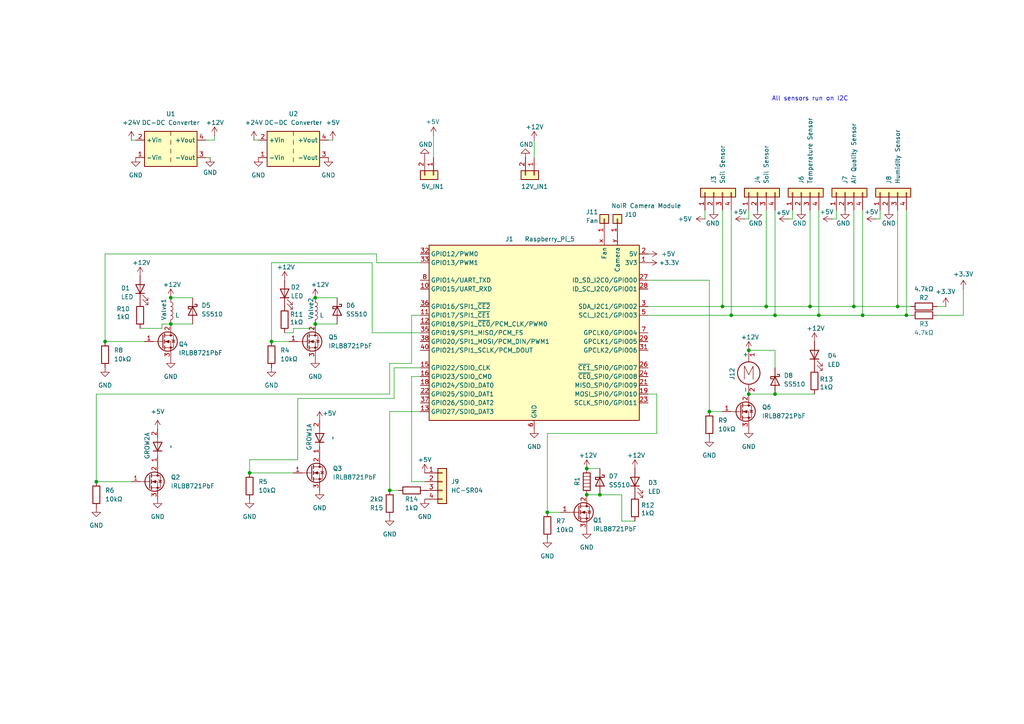
<source format=kicad_sch>
(kicad_sch (version 20231120) (generator "eeschema") (generator_version "8.0")
  (paper "A4")
  (title_block (title "Simple Sprouts PCB") (date "3/19/2025") (rev "4") (company "Simple Sprouts"))
  (lib_symbols
    (symbol "Connector:Raspberry_Pi_4"
      (property "Reference" "J1" (at 0 30.48 0))
      (property "Value" "Raspberry_Pi_5" (at 0 27.94 0))
      (symbol "Raspberry_Pi_4_1_1"
        (pin power_out line (at 33.02 20.32 180) (length 2.54) (name "3V3") (number "1"))
        (pin bidirectional line (at -33.02 12.7 0) (length 2.54) (name "GPIO15/UART_RXD") (number "10"))
        (pin bidirectional line (at -33.02 5.08 0) (length 2.54) (name "GPIO17/SPI1_~{CE1}") (number "11"))
        (pin bidirectional line (at -33.02 2.54 0) (length 2.54) (name "GPIO18/SPI1_~{CE0}/PCM_CLK/PWM0") (number "12"))
        (pin bidirectional line (at -33.02 -22.86 0) (length 2.54) (name "GPIO27/SDIO_DAT3") (number "13"))
        (pin passive line (at 0 -27.94 90) (length 2.54) hide (name "GND") (number "14"))
        (pin bidirectional line (at -33.02 -10.16 0) (length 2.54) (name "GPIO22/SDIO_CLK") (number "15"))
        (pin bidirectional line (at -33.02 -12.7 0) (length 2.54) (name "GPIO23/SDIO_CMD") (number "16"))
        (pin passive line (at 33.02 20.32 180) (length 2.54) hide (name "3V3") (number "17"))
        (pin bidirectional line (at -33.02 -15.24 0) (length 2.54) (name "GPIO24/SDIO_DAT0") (number "18"))
        (pin bidirectional line (at 33.02 -17.78 180) (length 2.54) (name "MOSI_SPI0/GPIO10") (number "19"))
        (pin power_out line (at 33.02 22.86 180) (length 2.54) (name "5V") (number "2"))
        (pin passive line (at 0 -27.94 90) (length 2.54) hide (name "GND") (number "20"))
        (pin bidirectional line (at 33.02 -15.24 180) (length 2.54) (name "MISO_SPI0/GPIO09") (number "21"))
        (pin bidirectional line (at -33.02 -17.78 0) (length 2.54) (name "GPIO25/SDIO_DAT1") (number "22"))
        (pin bidirectional line (at 33.02 -20.32 180) (length 2.54) (name "SCLK_SPI0/GPIO11") (number "23"))
        (pin bidirectional line (at 33.02 -12.7 180) (length 2.54) (name "~{CE0}_SPI0/GPIO08") (number "24"))
        (pin passive line (at 0 -27.94 90) (length 2.54) hide (name "GND") (number "25"))
        (pin bidirectional line (at 33.02 -10.16 180) (length 2.54) (name "~{CE1}_SPI0/GPIO07") (number "26"))
        (pin bidirectional line (at 33.02 15.24 180) (length 2.54) (name "ID_SD_I2C0/GPIO00") (number "27"))
        (pin bidirectional line (at 33.02 12.7 180) (length 2.54) (name "ID_SC_I2C0/GPIO01") (number "28"))
        (pin bidirectional line (at 33.02 -2.54 180) (length 2.54) (name "GPCLK1/GPIO05") (number "29"))
        (pin bidirectional line (at 33.02 7.62 180) (length 2.54) (name "SDA_I2C1/GPIO02") (number "3"))
        (pin passive line (at 0 -27.94 90) (length 2.54) hide (name "GND") (number "30"))
        (pin bidirectional line (at 33.02 -5.08 180) (length 2.54) (name "GPCLK2/GPIO06") (number "31"))
        (pin bidirectional line (at -33.02 22.86 0) (length 2.54) (name "GPIO12/PWM0") (number "32"))
        (pin bidirectional line (at -33.02 20.32 0) (length 2.54) (name "GPIO13/PWM1") (number "33"))
        (pin passive line (at 0 -27.94 90) (length 2.54) hide (name "GND") (number "34"))
        (pin bidirectional line (at -33.02 0 0) (length 2.54) (name "GPIO19/SPI1_MISO/PCM_FS") (number "35"))
        (pin bidirectional line (at -33.02 7.62 0) (length 2.54) (name "GPIO16/SPI1_~{CE2}") (number "36"))
        (pin bidirectional line (at -33.02 -20.32 0) (length 2.54) (name "GPIO26/SDIO_DAT2") (number "37"))
        (pin bidirectional line (at -33.02 -2.54 0) (length 2.54) (name "GPIO20/SPI1_MOSI/PCM_DIN/PWM1") (number "38"))
        (pin passive line (at 0 -27.94 90) (length 2.54) hide (name "GND") (number "39"))
        (pin passive line (at 33.02 22.86 180) (length 2.54) hide (name "5V") (number "4"))
        (pin bidirectional line (at -33.02 -5.08 0) (length 2.54) (name "GPIO21/SPI1_SCLK/PCM_DOUT") (number "40"))
        (pin bidirectional line (at 33.02 5.08 180) (length 2.54) (name "SCL_I2C1/GPIO03") (number "5"))
        (pin power_out line (at 0 -27.94 90) (length 2.54) (name "GND") (number "6"))
        (pin bidirectional line (at 33.02 0 180) (length 2.54) (name "GPCLK0/GPIO04") (number "7"))
        (pin bidirectional line (at -33.02 15.24 0) (length 2.54) (name "GPIO14/UART_TXD") (number "8"))
        (pin passive line (at 0 -27.94 90) (length 2.54) hide (name "GND") (number "9"))
        (pin power_out line (at 20.32 27.94 270) (length 2.54) (name "Fan") (number "x"))
        (pin input line (at 24.13 27.94 270) (length 2.54) (name "Camera") (number "y"))
      )
    )
    (symbol "Connector_Generic:Conn_01x01" (pin_names (offset 1.016) hide)
      (property "Reference" "J" (at 0 2.54 0))
      (property "Value" "Conn_01x01" (at 0 -2.54 0))
      (symbol "Conn_01x01_1_1"
        (pin passive line (at -5.08 0 0) (length 3.81) (name "Pin_1") (number "1"))
      )
    )
    (symbol "Connector_Generic:Conn_01x02" (pin_names (offset 1.016) hide)
      (property "Reference" "J" (at 0 2.54 0))
      (property "Value" "Conn_01x02" (at 0 -5.08 0))
      (symbol "Conn_01x02_1_1"
        (pin passive line (at -5.08 0 0) (length 3.81) (name "Pin_1") (number "1"))
        (pin passive line (at -5.08 -2.54 0) (length 3.81) (name "Pin_2") (number "2"))
      )
    )
    (symbol "Connector_Generic:Conn_01x04" (pin_names (offset 1.016) hide)
      (property "Reference" "J" (at 0 5.08 0))
      (property "Value" "Conn_01x04" (at 0 -7.62 0))
      (symbol "Conn_01x04_1_1"
        (pin passive line (at -5.08 2.54 0) (length 3.81) (name "Pin_1") (number "1"))
        (pin passive line (at -5.08 0 0) (length 3.81) (name "Pin_2") (number "2"))
        (pin passive line (at -5.08 -2.54 0) (length 3.81) (name "Pin_3") (number "3"))
        (pin passive line (at -5.08 -5.08 0) (length 3.81) (name "Pin_4") (number "4"))
      )
    )
    (symbol "Converter_DCDC:TME-0305S"
      (property "Reference" "U" (at -6.35 6.35 0))
      (property "Value" "TME-0305S" (at 2.54 6.35 0))
      (symbol "TME-0305S_0_0"
        (pin power_in line (at -10.16 -2.54 0) (length 2.54) (name "-Vin") (number "1"))
        (pin power_in line (at -10.16 2.54 0) (length 2.54) (name "+Vin") (number "2"))
        (pin power_out line (at 10.16 -2.54 180) (length 2.54) (name "-Vout") (number "3"))
        (pin power_out line (at 10.16 2.54 180) (length 2.54) (name "+Vout") (number "4"))
      )
    )
    (symbol "Device:D_Schottky" (pin_numbers hide) (pin_names (offset 1.016) hide)
      (property "Reference" "D" (at 0 2.54 0))
      (property "Value" "D_Schottky" (at 0 -2.54 0))
      (symbol "D_Schottky_1_1"
        (pin passive line (at -3.81 0 0) (length 2.54) (name "K") (number "1"))
        (pin passive line (at 3.81 0 180) (length 2.54) (name "A") (number "2"))
      )
    )
    (symbol "Device:Heater" (pin_numbers hide) (pin_names (offset 0))
      (property "Reference" "R" (at 2.032 0 90))
      (property "Value" "Heater" (at -2.032 0 90))
      (symbol "Heater_1_1"
        (pin passive line (at 0 3.81 270) (length 1.27) (name "~") (number "1"))
        (pin passive line (at 0 -3.81 90) (length 1.27) (name "~") (number "2"))
      )
    )
    (symbol "Device:L" (pin_numbers hide) (pin_names (offset 1.016) hide)
      (property "Reference" "L" (at -1.27 0 90))
      (property "Value" "L" (at 1.905 0 90))
      (symbol "L_1_1"
        (pin passive line (at 0 3.81 270) (length 1.27) (name "1") (number "1"))
        (pin passive line (at 0 -3.81 90) (length 1.27) (name "2") (number "2"))
      )
    )
    (symbol "Device:LED" (pin_numbers hide) (pin_names (offset 1.016) hide)
      (property "Reference" "D" (at 0 2.54 0))
      (property "Value" "LED" (at 0 -2.54 0))
      (symbol "LED_1_1"
        (pin passive line (at -3.81 0 0) (length 2.54) (name "K") (number "1"))
        (pin passive line (at 3.81 0 180) (length 2.54) (name "A") (number "2"))
      )
    )
    (symbol "Device:R" (pin_numbers hide) (pin_names (offset 0))
      (property "Reference" "R" (at 2.032 0 90))
      (property "Value" "R" (at 0 0 90))
      (symbol "R_1_1"
        (pin passive line (at 0 3.81 270) (length 1.27) (name "~") (number "1"))
        (pin passive line (at 0 -3.81 90) (length 1.27) (name "~") (number "2"))
      )
    )
    (symbol "HDSP-4840_1" (pin_names (offset 1.016) hide)
      (property "Reference" "GROW2" (at -0.254 -3.048 0))
      (property "Value" "~" (at 0 3.81 0))
      (symbol "HDSP-4840_1_1_1"
        (pin power_in line (at 5.08 0 180) (length 2.54) (name "") (number "1"))
        (pin power_in line (at -5.08 0 0) (length 2.54) (name "") (number "2"))
      )
      (symbol "HDSP-4840_1_2_1"
        (pin passive line (at 5.08 0 180) (length 2.54) (name "K") (number "19"))
        (pin passive line (at -5.08 0 0) (length 2.54) (name "A") (number "2"))
      )
      (symbol "HDSP-4840_1_3_1"
        (pin passive line (at 5.08 0 180) (length 2.54) (name "K") (number "18"))
        (pin passive line (at -5.08 0 0) (length 2.54) (name "A") (number "3"))
      )
      (symbol "HDSP-4840_1_4_1"
        (pin passive line (at 5.08 0 180) (length 2.54) (name "K") (number "17"))
        (pin passive line (at -5.08 0 0) (length 2.54) (name "A") (number "4"))
      )
      (symbol "HDSP-4840_1_5_1"
        (pin passive line (at 5.08 0 180) (length 2.54) (name "K") (number "16"))
        (pin passive line (at -5.08 0 0) (length 2.54) (name "A") (number "5"))
      )
      (symbol "HDSP-4840_1_6_1"
        (pin passive line (at 5.08 0 180) (length 2.54) (name "K") (number "15"))
        (pin passive line (at -5.08 0 0) (length 2.54) (name "A") (number "6"))
      )
      (symbol "HDSP-4840_1_7_1"
        (pin passive line (at 5.08 0 180) (length 2.54) (name "K") (number "14"))
        (pin passive line (at -5.08 0 0) (length 2.54) (name "A") (number "7"))
      )
      (symbol "HDSP-4840_1_8_1"
        (pin passive line (at 5.08 0 180) (length 2.54) (name "K") (number "13"))
        (pin passive line (at -5.08 0 0) (length 2.54) (name "A") (number "8"))
      )
      (symbol "HDSP-4840_1_9_1"
        (pin passive line (at 5.08 0 180) (length 2.54) (name "K") (number "12"))
        (pin passive line (at -5.08 0 0) (length 2.54) (name "A") (number "9"))
      )
      (symbol "HDSP-4840_1_10_1"
        (pin passive line (at -5.08 0 0) (length 2.54) (name "A") (number "10"))
        (pin passive line (at 5.08 0 180) (length 2.54) (name "K") (number "11"))
      )
    )
    (symbol "Motor:Motor_DC" (pin_names (offset 0))
      (property "Reference" "M" (at 2.54 2.54 0))
      (property "Value" "Motor_DC" (at 2.54 -5.08 0))
      (symbol "Motor_DC_1_1"
        (pin passive line (at 0 5.08 270) (length 2.54) (name "+") (number "1"))
        (pin passive line (at 0 -7.62 90) (length 2.54) (name "-") (number "2"))
      )
    )
    (symbol "Transistor_FET:IRLZ34N" (pin_names hide)
      (property "Reference" "Q" (at 5.08 1.905 0))
      (property "Value" "IRLZ34N" (at 5.08 0 0))
      (symbol "IRLZ34N_1_1"
        (pin input line (at -5.08 0 0) (length 2.54) (name "G") (number "1"))
        (pin passive line (at 2.54 5.08 270) (length 2.54) (name "D") (number "2"))
        (pin passive line (at 2.54 -5.08 90) (length 2.54) (name "S") (number "3"))
      )
    )
    (symbol "power:+12V" (power) (pin_numbers hide) (pin_names (offset 0) hide)
      (property "Value" "+12V" (at 0 3.556 0))
      (symbol "+12V_1_1"
        (pin power_in line (at 0 0 90) (length 0) (name "~") (number "1"))
      )
    )
    (symbol "power:+24V" (power) (pin_numbers hide) (pin_names (offset 0) hide)
      (property "Value" "+24V" (at 0 3.556 0))
      (symbol "+24V_1_1"
        (pin power_in line (at 0 0 90) (length 0) (name "~") (number "1"))
      )
    )
    (symbol "power:+5V" (power) (pin_numbers hide) (pin_names (offset 0) hide)
      (property "Value" "+5V" (at 0 3.556 0))
      (symbol "+5V_1_1"
        (pin power_in line (at 0 0 90) (length 0) (name "~") (number "1"))
      )
    )
    (symbol "power:GND" (power) (pin_numbers hide) (pin_names (offset 0) hide)
      (property "Value" "GND" (at 0 -3.81 0))
      (symbol "GND_1_1"
        (pin power_in line (at 0 0 270) (length 0) (name "~") (number "1"))
      )
    )
  )
  (junction (at 247.65 88.9))
  (junction (at 205.74 119.38))
  (junction (at 49.53 93.98))
  (junction (at 170.18 135.89))
  (junction (at 27.94 139.7))
  (junction (at 91.44 93.98))
  (junction (at 30.48 99.06))
  (junction (at 222.25 88.9))
  (junction (at 250.19 91.44))
  (junction (at 91.44 86.36))
  (junction (at 49.53 86.36))
  (junction (at 224.79 91.44))
  (junction (at 224.79 114.3))
  (junction (at 158.75 148.59))
  (junction (at 72.39 137.16))
  (junction (at 170.18 143.51))
  (junction (at 260.35 88.9))
  (junction (at 262.89 91.44))
  (junction (at 173.99 143.51))
  (junction (at 217.17 114.3))
  (junction (at 234.95 88.9))
  (junction (at 113.03 142.24))
  (junction (at 212.09 91.44))
  (junction (at 78.74 99.06))
  (junction (at 209.55 88.9))
  (junction (at 217.17 101.6))
  (junction (at 237.49 91.44))
  (wire (pts (xy 247.65 60.96) (xy 247.65 88.9)))
  (wire (pts (xy 217.17 114.3) (xy 224.79 114.3)))
  (wire (pts (xy 222.25 60.96) (xy 222.25 88.9)))
  (wire (pts (xy 170.18 143.51) (xy 173.99 143.51)))
  (wire (pts (xy 109.22 76.2) (xy 121.92 76.2)))
  (wire (pts (xy 180.34 143.51) (xy 180.34 151.13)))
  (wire (pts (xy 73.66 40.64) (xy 74.93 40.64)))
  (wire (pts (xy 204.47 63.5) (xy 204.47 60.96)))
  (wire (pts (xy 113.03 114.3) (xy 27.94 114.3)))
  (wire (pts (xy 27.94 114.3) (xy 27.94 139.7)))
  (wire (pts (xy 217.17 63.5) (xy 217.17 60.96)))
  (wire (pts (xy 158.75 148.59) (xy 162.56 148.59)))
  (wire (pts (xy 119.38 109.22) (xy 121.92 109.22)))
  (wire (pts (xy 46.99 95.25) (xy 40.64 95.25)))
  (wire (pts (xy 78.74 76.2) (xy 78.74 99.06)))
  (wire (pts (xy 78.74 76.2) (xy 107.95 76.2)))
  (wire (pts (xy 222.25 88.9) (xy 234.95 88.9)))
  (wire (pts (xy 271.78 91.44) (xy 279.4 91.44)))
  (wire (pts (xy 254 63.5) (xy 255.27 63.5)))
  (wire (pts (xy 27.94 139.7) (xy 38.1 139.7)))
  (wire (pts (xy 224.79 106.68) (xy 224.79 101.6)))
  (wire (pts (xy 262.89 60.96) (xy 262.89 91.44)))
  (wire (pts (xy 107.95 96.52) (xy 121.92 96.52)))
  (wire (pts (xy 38.1 40.64) (xy 39.37 40.64)))
  (wire (pts (xy 212.09 60.96) (xy 212.09 91.44)))
  (wire (pts (xy 187.96 81.28) (xy 205.74 81.28)))
  (wire (pts (xy 86.36 133.35) (xy 72.39 133.35)))
  (wire (pts (xy 62.23 40.64) (xy 59.69 40.64)))
  (wire (pts (xy 271.78 88.9) (xy 274.32 88.9)))
  (wire (pts (xy 86.36 115.57) (xy 86.36 133.35)))
  (wire (pts (xy 279.4 91.44) (xy 279.4 83.82)))
  (wire (pts (xy 114.3 115.57) (xy 86.36 115.57)))
  (wire (pts (xy 72.39 133.35) (xy 72.39 137.16)))
  (wire (pts (xy 125.73 39.37) (xy 125.73 45.72)))
  (wire (pts (xy 113.03 119.38) (xy 113.03 142.24)))
  (wire (pts (xy 109.22 73.66) (xy 109.22 76.2)))
  (wire (pts (xy 209.55 60.96) (xy 209.55 88.9)))
  (wire (pts (xy 209.55 88.9) (xy 222.25 88.9)))
  (wire (pts (xy 96.52 40.64) (xy 95.25 40.64)))
  (wire (pts (xy 224.79 114.3) (xy 236.22 114.3)))
  (wire (pts (xy 91.44 95.25) (xy 91.44 93.98)))
  (wire (pts (xy 247.65 88.9) (xy 260.35 88.9)))
  (wire (pts (xy 180.34 151.13) (xy 184.15 151.13)))
  (wire (pts (xy 250.19 60.96) (xy 250.19 91.44)))
  (wire (pts (xy 255.27 63.5) (xy 255.27 60.96)))
  (wire (pts (xy 46.99 93.98) (xy 46.99 95.25)))
  (wire (pts (xy 30.48 73.66) (xy 109.22 73.66)))
  (wire (pts (xy 234.95 60.96) (xy 234.95 88.9)))
  (wire (pts (xy 237.49 60.96) (xy 237.49 91.44)))
  (wire (pts (xy 113.03 105.41) (xy 113.03 114.3)))
  (wire (pts (xy 113.03 119.38) (xy 121.92 119.38)))
  (wire (pts (xy 113.03 142.24) (xy 115.57 142.24)))
  (wire (pts (xy 260.35 60.96) (xy 260.35 88.9)))
  (wire (pts (xy 91.44 93.98) (xy 97.79 93.98)))
  (wire (pts (xy 215.9 63.5) (xy 217.17 63.5)))
  (wire (pts (xy 241.3 63.5) (xy 242.57 63.5)))
  (wire (pts (xy 78.74 99.06) (xy 83.82 99.06)))
  (wire (pts (xy 49.53 93.98) (xy 46.99 93.98)))
  (wire (pts (xy 114.3 106.68) (xy 114.3 115.57)))
  (wire (pts (xy 119.38 105.41) (xy 113.03 105.41)))
  (wire (pts (xy 209.55 88.9) (xy 187.96 88.9)))
  (wire (pts (xy 60.96 45.72) (xy 59.69 45.72)))
  (wire (pts (xy 49.53 86.36) (xy 55.88 86.36)))
  (wire (pts (xy 224.79 60.96) (xy 224.79 91.44)))
  (wire (pts (xy 173.99 143.51) (xy 180.34 143.51)))
  (wire (pts (xy 121.92 91.44) (xy 119.38 91.44)))
  (wire (pts (xy 205.74 119.38) (xy 209.55 119.38)))
  (wire (pts (xy 30.48 99.06) (xy 41.91 99.06)))
  (wire (pts (xy 229.87 63.5) (xy 229.87 60.96)))
  (wire (pts (xy 72.39 137.16) (xy 85.09 137.16)))
  (wire (pts (xy 123.19 139.7) (xy 119.38 139.7)))
  (wire (pts (xy 119.38 109.22) (xy 119.38 139.7)))
  (wire (pts (xy 119.38 91.44) (xy 119.38 105.41)))
  (wire (pts (xy 85.09 95.25) (xy 91.44 95.25)))
  (wire (pts (xy 237.49 91.44) (xy 250.19 91.44)))
  (wire (pts (xy 158.75 125.73) (xy 158.75 148.59)))
  (wire (pts (xy 234.95 88.9) (xy 247.65 88.9)))
  (wire (pts (xy 224.79 91.44) (xy 237.49 91.44)))
  (wire (pts (xy 62.23 39.37) (xy 62.23 40.64)))
  (wire (pts (xy 260.35 88.9) (xy 264.16 88.9)))
  (wire (pts (xy 190.5 125.73) (xy 158.75 125.73)))
  (wire (pts (xy 205.74 81.28) (xy 205.74 119.38)))
  (wire (pts (xy 154.94 40.64) (xy 154.94 45.72)))
  (wire (pts (xy 187.96 114.3) (xy 190.5 114.3)))
  (wire (pts (xy 30.48 73.66) (xy 30.48 99.06)))
  (wire (pts (xy 262.89 91.44) (xy 264.16 91.44)))
  (wire (pts (xy 224.79 101.6) (xy 217.17 101.6)))
  (wire (pts (xy 107.95 76.2) (xy 107.95 96.52)))
  (wire (pts (xy 242.57 63.5) (xy 242.57 60.96)))
  (wire (pts (xy 49.53 93.98) (xy 55.88 93.98)))
  (wire (pts (xy 212.09 91.44) (xy 187.96 91.44)))
  (wire (pts (xy 121.92 106.68) (xy 114.3 106.68)))
  (wire (pts (xy 190.5 114.3) (xy 190.5 125.73)))
  (wire (pts (xy 224.79 91.44) (xy 212.09 91.44)))
  (wire (pts (xy 91.44 86.36) (xy 97.79 86.36)))
  (wire (pts (xy 170.18 135.89) (xy 173.99 135.89)))
  (wire (pts (xy 85.09 95.25) (xy 85.09 96.52)))
  (wire (pts (xy 228.6 63.5) (xy 229.87 63.5)))
  (wire (pts (xy 85.09 96.52) (xy 82.55 96.52)))
  (wire (pts (xy 262.89 91.44) (xy 250.19 91.44)))
  (text "All sensors run on I2C" (at 234.95 28.702 0) (effects (font (size 1.27 1.27))))
  (symbol (lib_id "power:+5V") (at 204.47 63.5 90) (unit 1)
    (property "Reference" "#PWR028" (effects (hide yes)))
    (property "Value" "+5V" (at 200.66 63.4999 90) (effects (justify left)))
    (property "Description" "Power symbol creates a global label with name \"+5V\"" (effects (hide yes)))
  )
  (symbol (lib_id "power:+5V") (at 187.96 76.2 270) (unit 1)
    (property "Reference" "#PWR046" (effects (hide yes)))
    (property "Value" "+3.3V" (at 194.056 76.2 90))
    (property "Description" "Power symbol creates a global label with name \"+5V\"" (effects (hide yes)))
  )
  (symbol (lib_id "power:+5V") (at 92.71 121.92 0) (unit 1)
    (property "Reference" "#PWR04" (effects (hide yes)))
    (property "Value" "+5V" (at 95.504 119.888 0))
    (property "Description" "Power symbol creates a global label with name \"+5V\"" (effects (hide yes)))
  )
  (symbol (lib_id "power:GND") (at 30.48 106.68 0) (unit 1)
    (property "Reference" "#PWR022" (effects (hide yes)))
    (property "Value" "GND" (at 30.48 111.76 0))
    (property "Description" "Power symbol creates a global label with name \"GND\" , ground" (effects (hide yes)))
  )
  (symbol (lib_name "HDSP-4840_1") (lib_id "LED:HDSP-4840") (at 45.72 129.54 270) (unit 1)
    (property "Reference" "GROW2" (at 42.672 129.286 0))
    (property "Value" "~" (at 49.53 129.54 0))
    (property "Footprint" "TerminalBlock_Phoenix:TerminalBlock_Phoenix_PT-1,5-2-3.5-H_1x02_P3.50mm_Horizontal" (effects (hide yes)))
    (property "Datasheet" "https://www.amazon.com/Briignite-Spectrum-Strips-Indoor-Dimmable/dp/B0CH9Z5NW3?ref_=ast_sto_dp&th=1" (effects (hide yes)))
    (property "Description" "Plant Grow Light Strip, Briignite Full Spectrum Grow Light Strips for Indoor Plants,15W LED Grow Light" (effects (hide yes)))
  )
  (symbol (lib_id "Connector_Generic:Conn_01x04") (at 257.81 55.88 90) (unit 1)
    (property "Reference" "J8" (at 257.8099 53.34 0) (effects (justify left)))
    (property "Value" "Humidity Sensor" (at 260.3499 53.34 0) (effects (justify left)))
    (property "Footprint" "Connector_PinHeader_2.54mm:PinHeader_1x04_P2.54mm_Vertical" (effects (hide yes)))
    (property "Datasheet" "https://learn.adafruit.com/adafruit-aht20" (effects (hide yes)))
    (property "Description" "Generic connector, single row, 01x04, script generated (kicad-library-utils/schlib/autogen/connector/)" (effects (hide yes)))
  )
  (symbol (lib_id "power:+5V") (at 215.9 63.5 90) (unit 1)
    (property "Reference" "#PWR029" (effects (hide yes)))
    (property "Value" "+5V" (at 214.63 61.468 90))
    (property "Description" "Power symbol creates a global label with name \"+5V\"" (effects (hide yes)))
  )
  (symbol (lib_id "Connector_Generic:Conn_01x02") (at 125.73 50.8 270) (unit 1)
    (property "Reference" "5V_IN1" (at 122.174 54.102 90) (effects (justify left)))
    (property "Value" "Conn_01x02" (effects (hide yes)))
    (property "Footprint" "TerminalBlock_Phoenix:TerminalBlock_Phoenix_PT-1,5-2-3.5-H_1x02_P3.50mm_Horizontal" (effects (hide yes)))
    (property "Description" "Generic connector, single row, 01x02, script generated (kicad-library-utils/schlib/autogen/connector/)" (effects (hide yes)))
  )
  (symbol (lib_id "power:GND") (at 60.96 45.72 0) (unit 1)
    (property "Reference" "#PWR041" (effects (hide yes)))
    (property "Value" "GND" (at 62.992 50.038 0) (effects (justify right)))
    (property "Description" "Power symbol creates a global label with name \"GND\" , ground" (effects (hide yes)))
  )
  (symbol (lib_id "power:GND") (at 217.17 124.46 0) (unit 1)
    (property "Reference" "#PWR09" (effects (hide yes)))
    (property "Value" "GND" (at 217.17 129.54 0))
    (property "Description" "Power symbol creates a global label with name \"GND\" , ground" (effects (hide yes)))
  )
  (symbol (lib_id "Connector_Generic:Conn_01x04") (at 219.71 55.88 90) (unit 1)
    (property "Reference" "J4" (at 219.7099 53.34 0) (effects (justify left)))
    (property "Value" "Soil Sensor" (at 222.2499 53.34 0) (effects (justify left)))
    (property "Footprint" "Connector_PinHeader_2.54mm:PinHeader_1x04_P2.54mm_Vertical" (effects (hide yes)))
    (property "Datasheet" "https://learn.adafruit.com/adafruit-stemma-soil-sensor-i2c-capacitive-moisture-sensor" (effects (hide yes)))
    (property "Description" "Generic connector, single row, 01x04, script generated (kicad-library-utils/schlib/autogen/connector/)" (effects (hide yes)))
  )
  (symbol (lib_id "Motor:Motor_DC") (at 217.17 106.68 0) (unit 1)
    (property "Reference" "J12" (at 212.344 110.236 90) (effects (justify left)))
    (property "Value" "12V" (effects (hide yes)))
    (property "Footprint" "TerminalBlock_Phoenix:TerminalBlock_Phoenix_PT-1,5-2-3.5-H_1x02_P3.50mm_Horizontal" (effects (hide yes)))
    (property "Datasheet" "https://www.amazon.com/dp/B0744FWNFR?ref=cm_sw_r_cp_ud_dp_ZAC42683ZZF2080K1WTK&ref_=cm_sw_r_cp_ud_dp_ZAC42683ZZF2080K1WTK&social_share=cm_sw_r_cp_ud_dp_ZAC42683ZZF2080K1WTK" (effects (hide yes)))
    (property "Description" "Gikfun Mini DC 6V to 12V R385 Water cooled Water Pump Air Diaphragm Pump EK1856" (effects (hide yes)))
  )
  (symbol (lib_id "Converter_DCDC:TME-0305S") (at 85.09 43.18 0) (unit 1) (on_board no)
    (property "Reference" "U2" (at 85.09 33.02 0))
    (property "Value" "DC-DC Converter" (at 85.09 35.56 0))
    (property "Datasheet" "https://www.amazon.com/gp/product/B0CRVW7N2J/ref=ox_sc_act_image_1?smid=A1QRG6NHEUKUZO&th=1" (effects (hide yes)))
    (property "Description" "DC 12V/24V to 5V USB C Step Down Converter Type-C Interface 5A 25W Waterproof Buck Module Power Adapter" (effects (hide yes)))
  )
  (symbol (lib_id "power:+12V") (at 62.23 39.37 0) (unit 1)
    (property "Reference" "#PWR040" (effects (hide yes)))
    (property "Value" "+12V" (at 59.69 35.56 0) (effects (justify left)))
    (property "Description" "Power symbol creates a global label with name \"+12V\"" (effects (hide yes)))
  )
  (symbol (lib_id "power:+12V") (at 170.18 135.89 0) (unit 1)
    (property "Reference" "#PWR025" (effects (hide yes)))
    (property "Value" "+12V" (at 167.894 132.08 0) (effects (justify left)))
    (property "Description" "Power symbol creates a global label with name \"+12V\"" (effects (hide yes)))
  )
  (symbol (lib_id "power:GND") (at 27.94 147.32 0) (unit 1)
    (property "Reference" "#PWR012" (effects (hide yes)))
    (property "Value" "GND" (at 27.94 152.4 0))
    (property "Description" "Power symbol creates a global label with name \"GND\" , ground" (effects (hide yes)))
  )
  (symbol (lib_id "power:+12V") (at 184.15 135.89 0) (unit 1)
    (property "Reference" "#PWR037" (effects (hide yes)))
    (property "Value" "+12V" (at 181.864 132.08 0) (effects (justify left)))
    (property "Description" "Power symbol creates a global label with name \"+12V\"" (effects (hide yes)))
  )
  (symbol (lib_id "power:GND") (at 95.25 45.72 0) (unit 1)
    (property "Reference" "#PWR045" (effects (hide yes)))
    (property "Value" "GND" (at 95.25 50.8 0))
    (property "Description" "Power symbol creates a global label with name \"GND\" , ground" (effects (hide yes)))
  )
  (symbol (lib_id "Device:L") (at 91.44 90.17 0) (unit 1)
    (property "Reference" "Valve2" (at 90.17 92.71 90) (effects (justify left)))
    (property "Value" "L" (at 92.71 91.4399 0) (effects (justify left)))
    (property "Footprint" "TerminalBlock_Phoenix:TerminalBlock_Phoenix_PT-1,5-2-3.5-H_1x02_P3.50mm_Horizontal" (effects (hide yes)))
    (property "Datasheet" "https://cdn-shop.adafruit.com/product-files/997/C1120-001_datasheet.pdf" (effects (hide yes)))
    (property "Description" "Inductor" (effects (hide yes)))
  )
  (symbol (lib_id "Device:D_Schottky") (at 224.79 110.49 270) (unit 1)
    (property "Reference" "D8" (at 227.33 108.9024 90) (effects (justify left)))
    (property "Value" "SS510" (at 227.33 111.4424 90) (effects (justify left)))
    (property "Footprint" "Diode_SMD:D_SMA" (effects (hide yes)))
    (property "Datasheet" "https://www.lcsc.com/datasheet/lcsc_datasheet_2407101107_MDD-Microdiode-Semiconductor-SS510_C65010.pdf" (effects (hide yes)))
    (property "Description" "SS510" (effects (hide yes)))
  )
  (symbol (lib_id "power:+12V") (at 125.73 39.37 0) (unit 1)
    (property "Reference" "#PWR050" (effects (hide yes)))
    (property "Value" "+5V" (at 125.476 35.306 0))
    (property "Description" "Power symbol creates a global label with name \"+12V\"" (effects (hide yes)))
  )
  (symbol (lib_id "Transistor_FET:IRLZ34N") (at 167.64 148.59 0) (unit 1)
    (property "Reference" "Q1" (at 171.958 150.876 0) (effects (justify left)))
    (property "Value" "IRLB8721PbF" (at 171.958 153.416 0) (effects (justify left)))
    (property "Footprint" "Package_TO_SOT_THT:TO-220-3_Vertical" (effects (hide yes)))
    (property "Datasheet" "https://www.infineon.com/dgdl/irlb8721pbf.pdf?fileId=5546d462533600a40153566056732591" (effects (hide yes)))
    (property "Description" "IRLB8721PbF NMOS" (effects (hide yes)))
  )
  (symbol (lib_id "power:GND") (at 152.4 45.72 180) (unit 1)
    (property "Reference" "#PWR052" (effects (hide yes)))
    (property "Value" "GND" (at 150.622 41.91 0) (effects (justify right)))
    (property "Description" "Power symbol creates a global label with name \"GND\" , ground" (effects (hide yes)))
  )
  (symbol (lib_id "Transistor_FET:IRLZ34N") (at 214.63 119.38 0) (unit 1)
    (property "Reference" "Q6" (at 220.98 118.1099 0) (effects (justify left)))
    (property "Value" "IRLB8721PbF" (at 220.98 120.6499 0) (effects (justify left)))
    (property "Footprint" "Package_TO_SOT_THT:TO-220-3_Vertical" (effects (hide yes)))
    (property "Datasheet" "https://www.infineon.com/dgdl/irlb8721pbf.pdf?fileId=5546d462533600a40153566056732591" (effects (hide yes)))
    (property "Description" "IRLB8721PbF NMOS" (effects (hide yes)))
  )
  (symbol (lib_id "Device:R") (at 30.48 102.87 0) (unit 1)
    (property "Reference" "R8" (at 33.02 101.5999 0) (effects (justify left)))
    (property "Value" "10kΩ" (at 33.02 104.1399 0) (effects (justify left)))
    (property "Footprint" "Resistor_SMD:R_1206_3216Metric" (effects (hide yes)))
    (property "Datasheet" "https://jlcpcb.com/api/file/downloadByFileSystemAccessId/8579705876598476800" (effects (hide yes)))
    (property "Description" "250mW Thick Film Resistors 200V ±100ppm/℃ ±1% 10kΩ 1206 Chip Resistor - Surface Mount ROHS" (effects (hide yes)))
  )
  (symbol (lib_id "Device:D_Schottky") (at 97.79 90.17 270) (unit 1)
    (property "Reference" "D6" (at 100.33 88.5824 90) (effects (justify left)))
    (property "Value" "SS510" (at 100.33 91.1224 90) (effects (justify left)))
    (property "Footprint" "Diode_SMD:D_SMA" (effects (hide yes)))
    (property "Datasheet" "https://www.lcsc.com/datasheet/lcsc_datasheet_2407101107_MDD-Microdiode-Semiconductor-SS510_C65010.pdf" (effects (hide yes)))
    (property "Description" "SS510" (effects (hide yes)))
  )
  (symbol (lib_id "Device:R") (at 267.97 91.44 90) (unit 1)
    (property "Reference" "R3" (at 267.97 93.98 90))
    (property "Value" "4.7kΩ" (at 267.97 96.52 90))
    (property "Footprint" "Resistor_SMD:R_1206_3216Metric" (effects (hide yes)))
    (property "Datasheet" "https://jlcpcb.com/api/file/downloadByFileSystemAccessId/8579706611944128512" (effects (hide yes)))
    (property "Description" "125mW Thick Film Resistors 150V ±100ppm/℃ ±1% 4.7kΩ 0805 Chip Resistor - Surface Mount ROHS" (effects (hide yes)))
  )
  (symbol (lib_id "Converter_DCDC:TME-0305S") (at 49.53 43.18 0) (unit 1) (on_board no)
    (property "Reference" "U1" (at 49.53 33.02 0))
    (property "Value" "DC-DC Converter" (at 49.53 35.56 0))
    (property "Datasheet" "https://www.amazon.com/gp/product/B07V6X6L89/ref=ox_sc_act_image_2?smid=A3GYM455B71YGR&th=1" (effects (hide yes)))
    (property "Description" "DC 24V to DC 12V 10A 120W Step Down Buck Converter Voltage Regulator Reducer Power Converter Mini Module 12V Transformer" (effects (hide yes)))
  )
  (symbol (lib_id "Connector_Generic:Conn_01x04") (at 207.01 55.88 90) (unit 1)
    (property "Reference" "J3" (at 207.0099 53.34 0) (effects (justify left)))
    (property "Value" "Soil Sensor" (at 209.5499 53.34 0) (effects (justify left)))
    (property "Footprint" "Connector_PinHeader_2.54mm:PinHeader_1x04_P2.54mm_Vertical" (effects (hide yes)))
    (property "Datasheet" "https://learn.adafruit.com/adafruit-stemma-soil-sensor-i2c-capacitive-moisture-sensor" (effects (hide yes)))
    (property "Description" "Generic connector, single row, 01x04, script generated (kicad-library-utils/schlib/autogen/connector/)" (effects (hide yes)))
  )
  (symbol (lib_id "Device:R") (at 184.15 147.32 0) (unit 1)
    (property "Reference" "R12" (at 185.928 146.558 0) (effects (justify left)))
    (property "Value" "1kΩ" (at 185.928 148.8441 0) (effects (justify left)))
    (property "Footprint" "Resistor_SMD:R_1206_3216Metric" (effects (hide yes)))
    (property "Datasheet" "https://jlcpcb.com/api/file/downloadByFileSystemAccessId/8579705859536048128" (effects (hide yes)))
    (property "Description" "250mW Thick Film Resistors 200V ±1% 1kΩ 1206 Chip Resistor - Surface Mount ROHS" (effects (hide yes)))
  )
  (symbol (lib_id "Device:LED") (at 236.22 102.87 90) (unit 1)
    (property "Reference" "D4" (at 240.03 103.1874 90) (effects (justify right)))
    (property "Value" "LED" (at 240.03 105.7274 90) (effects (justify right)))
    (property "Footprint" "LED_THT:LED_D5.0mm" (effects (hide yes)))
    (property "Datasheet" "https://wmsc.lcsc.com/wmsc/upload/file/pdf/v2/lcsc/2307261445_TONYU-DY-333SDRD-SN-A3-EL-HF_C7470717.pdf" (effects (hide yes)))
    (property "Description" "Light emitting diode" (effects (hide yes)))
  )
  (symbol (lib_id "power:GND") (at 45.72 144.78 0) (unit 1)
    (property "Reference" "#PWR03" (effects (hide yes)))
    (property "Value" "GND" (at 45.72 149.86 0))
    (property "Description" "Power symbol creates a global label with name \"GND\" , ground" (effects (hide yes)))
  )
  (symbol (lib_id "Device:R") (at 236.22 110.49 0) (unit 1)
    (property "Reference" "R13" (at 237.744 109.982 0) (effects (justify left)))
    (property "Value" "1kΩ" (at 237.744 112.2681 0) (effects (justify left)))
    (property "Footprint" "Resistor_SMD:R_1206_3216Metric" (effects (hide yes)))
    (property "Datasheet" "https://jlcpcb.com/api/file/downloadByFileSystemAccessId/8579705859536048128" (effects (hide yes)))
    (property "Description" "250mW Thick Film Resistors 200V ±1% 1kΩ 1206 Chip Resistor - Surface Mount ROHS" (effects (hide yes)))
  )
  (symbol (lib_id "power:GND") (at 245.11 60.96 0) (unit 1)
    (property "Reference" "#PWR031" (effects (hide yes)))
    (property "Value" "GND" (at 246.634 64.77 0) (effects (justify right)))
    (property "Description" "Power symbol creates a global label with name \"GND\" , ground" (effects (hide yes)))
  )
  (symbol (lib_id "Transistor_FET:IRLZ34N") (at 46.99 99.06 0) (unit 1)
    (property "Reference" "Q4" (at 51.816 99.822 0) (effects (justify left)))
    (property "Value" "IRLB8721PbF" (at 51.816 102.362 0) (effects (justify left)))
    (property "Footprint" "Package_TO_SOT_THT:TO-220-3_Vertical" (effects (hide yes)))
    (property "Datasheet" "https://www.infineon.com/dgdl/irlb8721pbf.pdf?fileId=5546d462533600a40153566056732591" (effects (hide yes)))
    (property "Description" "IRLB8721PbF NMOS" (effects (hide yes)))
  )
  (symbol (lib_id "power:+12V") (at 236.22 99.06 0) (unit 1)
    (property "Reference" "#PWR038" (effects (hide yes)))
    (property "Value" "+12V" (at 233.934 95.25 0) (effects (justify left)))
    (property "Description" "Power symbol creates a global label with name \"+12V\"" (effects (hide yes)))
  )
  (symbol (lib_id "power:GND") (at 113.03 149.86 0) (unit 1)
    (property "Reference" "#PWR048" (effects (hide yes)))
    (property "Value" "GND" (at 113.03 154.94 0))
    (property "Description" "Power symbol creates a global label with name \"GND\" , ground" (effects (hide yes)))
  )
  (symbol (lib_id "Connector_Generic:Conn_01x02") (at 154.94 50.8 270) (unit 1)
    (property "Reference" "12V_IN1" (at 151.13 54.102 90) (effects (justify left)))
    (property "Value" "Conn_01x02" (effects (hide yes)))
    (property "Footprint" "TerminalBlock_Phoenix:TerminalBlock_Phoenix_PT-1,5-2-3.5-H_1x02_P3.50mm_Horizontal" (effects (hide yes)))
    (property "Description" "Generic connector, single row, 01x02, script generated (kicad-library-utils/schlib/autogen/connector/)" (effects (hide yes)))
  )
  (symbol (lib_id "power:GND") (at 123.19 45.72 180) (unit 1)
    (property "Reference" "#PWR049" (effects (hide yes)))
    (property "Value" "GND" (at 121.412 41.91 0) (effects (justify right)))
    (property "Description" "Power symbol creates a global label with name \"GND\" , ground" (effects (hide yes)))
  )
  (symbol (lib_id "Device:R") (at 113.03 146.05 0) (unit 1)
    (property "Reference" "R15" (at 109.22 147.32 0))
    (property "Value" "2kΩ" (at 109.22 144.78 0))
    (property "Footprint" "Resistor_SMD:R_1206_3216Metric" (effects (hide yes)))
    (property "Datasheet" "https://www.lcsc.com/datasheet/lcsc_datasheet_2304140030_Ever-Ohms-Tech-CR1210F1K00P05Z_C146858.pdf" (effects (hide yes)))
    (property "Description" "500mW Thick Film Resistors 200V ±100ppm/℃ ±1% 1kΩ 1210 Chip Resistor - Surface Mount ROHS" (effects (hide yes)))
  )
  (symbol (lib_id "power:GND") (at 205.74 127 0) (unit 1)
    (property "Reference" "#PWR023" (effects (hide yes)))
    (property "Value" "GND" (at 205.74 132.08 0))
    (property "Description" "Power symbol creates a global label with name \"GND\" , ground" (effects (hide yes)))
  )
  (symbol (lib_id "Device:LED") (at 40.64 83.82 90) (unit 1)
    (property "Reference" "D1" (at 35.052 83.566 90) (effects (justify right)))
    (property "Value" "LED" (at 35.052 86.106 90) (effects (justify right)))
    (property "Footprint" "LED_THT:LED_D5.0mm" (effects (hide yes)))
    (property "Datasheet" "https://wmsc.lcsc.com/wmsc/upload/file/pdf/v2/lcsc/2307261445_TONYU-DY-333SDRD-SN-A3-EL-HF_C7470717.pdf" (effects (hide yes)))
    (property "Description" "Light emitting diode" (effects (hide yes)))
  )
  (symbol (lib_id "power:GND") (at 74.93 45.72 0) (unit 1)
    (property "Reference" "#PWR044" (effects (hide yes)))
    (property "Value" "GND" (at 74.93 50.8 0))
    (property "Description" "Power symbol creates a global label with name \"GND\" , ground" (effects (hide yes)))
  )
  (symbol (lib_id "power:+24V") (at 73.66 40.64 0) (unit 1)
    (property "Reference" "#PWR043" (effects (hide yes)))
    (property "Value" "+24V" (at 73.66 35.56 0))
    (property "Description" "Power symbol creates a global label with name \"+24V\"" (effects (hide yes)))
  )
  (symbol (lib_id "Device:R") (at 27.94 143.51 0) (unit 1)
    (property "Reference" "R6" (at 30.48 142.2399 0) (effects (justify left)))
    (property "Value" "10kΩ" (at 30.48 144.7799 0) (effects (justify left)))
    (property "Footprint" "Resistor_SMD:R_1206_3216Metric" (effects (hide yes)))
    (property "Datasheet" "https://jlcpcb.com/api/file/downloadByFileSystemAccessId/8579705876598476800" (effects (hide yes)))
    (property "Description" "250mW Thick Film Resistors 200V ±100ppm/℃ ±1% 10kΩ 1206 Chip Resistor - Surface Mount ROHS" (effects (hide yes)))
  )
  (symbol (lib_id "power:+12V") (at 49.53 86.36 0) (unit 1)
    (property "Reference" "#PWR020" (effects (hide yes)))
    (property "Value" "+12V" (at 47.244 82.55 0) (effects (justify left)))
    (property "Description" "Power symbol creates a global label with name \"+12V\"" (effects (hide yes)))
  )
  (symbol (lib_name "HDSP-4840_1") (lib_id "LED:HDSP-4840") (at 92.71 127 270) (unit 1)
    (property "Reference" "GROW1" (at 89.662 126.746 0))
    (property "Value" "~" (at 96.52 127 0))
    (property "Footprint" "TerminalBlock_Phoenix:TerminalBlock_Phoenix_PT-1,5-2-3.5-H_1x02_P3.50mm_Horizontal" (effects (hide yes)))
    (property "Datasheet" "https://www.amazon.com/Briignite-Spectrum-Strips-Indoor-Dimmable/dp/B0CH9Z5NW3?ref_=ast_sto_dp&th=1" (effects (hide yes)))
    (property "Description" "Plant Grow Light Strip, Briignite Full Spectrum Grow Light Strips for Indoor Plants,15W LED Grow Light" (effects (hide yes)))
  )
  (symbol (lib_id "power:GND") (at 170.18 153.67 0) (unit 1)
    (property "Reference" "#PWR017" (effects (hide yes)))
    (property "Value" "GND" (at 170.18 158.75 0))
    (property "Description" "Power symbol creates a global label with name \"GND\" , ground" (effects (hide yes)))
  )
  (symbol (lib_id "power:+5V") (at 187.96 73.66 270) (unit 1)
    (property "Reference" "#PWR027" (effects (hide yes)))
    (property "Value" "+5V" (at 191.77 73.6599 90) (effects (justify left)))
    (property "Description" "Power symbol creates a global label with name \"+5V\"" (effects (hide yes)))
  )
  (symbol (lib_id "Transistor_FET:IRLZ34N") (at 88.9 99.06 0) (unit 1)
    (property "Reference" "Q5" (at 95.25 97.7899 0) (effects (justify left)))
    (property "Value" "IRLB8721PbF" (at 95.25 100.3299 0) (effects (justify left)))
    (property "Footprint" "Package_TO_SOT_THT:TO-220-3_Vertical" (effects (hide yes)))
    (property "Datasheet" "https://www.infineon.com/dgdl/irlb8721pbf.pdf?fileId=5546d462533600a40153566056732591" (effects (hide yes)))
    (property "Description" "IRLB8721PbF NMOS" (effects (hide yes)))
  )
  (symbol (lib_id "power:+24V") (at 38.1 40.64 0) (unit 1)
    (property "Reference" "#PWR039" (effects (hide yes)))
    (property "Value" "+24V" (at 38.1 35.56 0))
    (property "Description" "Power symbol creates a global label with name \"+24V\"" (effects (hide yes)))
  )
  (symbol (lib_id "Connector:Raspberry_Pi_4") (at 154.94 96.52 0) (unit 1)
    (property "Reference" "J1" (at 146.558 69.342 0) (effects (justify left)))
    (property "Value" "Raspberry_Pi_5" (at 152.146 69.342 0) (effects (justify left)))
    (property "Footprint" "RASPBERRY_PI_4B_4GB:RPI Correct" (effects (hide yes)))
    (property "Datasheet" "https://datasheets.raspberrypi.com/rpi5/raspberry-pi-5-product-brief.pdf" (effects (hide yes)))
    (property "Description" "Raspberry Pi 5, 8GB" (effects (hide yes)))
  )
  (symbol (lib_id "power:GND") (at 39.37 45.72 0) (unit 1)
    (property "Reference" "#PWR042" (effects (hide yes)))
    (property "Value" "GND" (at 39.37 50.8 0))
    (property "Description" "Power symbol creates a global label with name \"GND\" , ground" (effects (hide yes)))
  )
  (symbol (lib_id "Device:R") (at 267.97 88.9 270) (unit 1)
    (property "Reference" "R2" (at 267.97 86.36 90))
    (property "Value" "4.7kΩ" (at 267.97 83.82 90))
    (property "Footprint" "Resistor_SMD:R_1206_3216Metric" (effects (hide yes)))
    (property "Datasheet" "https://jlcpcb.com/api/file/downloadByFileSystemAccessId/8579706611944128512" (effects (hide yes)))
    (property "Description" "125mW Thick Film Resistors 150V ±100ppm/℃ ±1% 4.7kΩ 0805 Chip Resistor - Surface Mount ROHS" (effects (hide yes)))
  )
  (symbol (lib_id "Device:R") (at 82.55 92.71 0) (unit 1)
    (property "Reference" "R11" (at 84.074 91.186 0) (effects (justify left)))
    (property "Value" "1kΩ" (at 84.074 93.4721 0) (effects (justify left)))
    (property "Footprint" "Resistor_SMD:R_1206_3216Metric" (effects (hide yes)))
    (property "Datasheet" "https://jlcpcb.com/api/file/downloadByFileSystemAccessId/8579705859536048128" (effects (hide yes)))
    (property "Description" "250mW Thick Film Resistors 200V ±1% 1kΩ 1206 Chip Resistor - Surface Mount ROHS" (effects (hide yes)))
  )
  (symbol (lib_id "Device:D_Schottky") (at 55.88 90.17 270) (unit 1)
    (property "Reference" "D5" (at 58.42 88.5824 90) (effects (justify left)))
    (property "Value" "SS510" (at 58.42 91.1224 90) (effects (justify left)))
    (property "Footprint" "Diode_SMD:D_SMA" (effects (hide yes)))
    (property "Datasheet" "https://www.lcsc.com/datasheet/lcsc_datasheet_2407101107_MDD-Microdiode-Semiconductor-SS510_C65010.pdf" (effects (hide yes)))
    (property "Description" "SS510" (effects (hide yes)))
  )
  (symbol (lib_id "power:GND") (at 232.41 60.96 0) (unit 1)
    (property "Reference" "#PWR033" (effects (hide yes)))
    (property "Value" "GND" (at 233.934 64.77 0) (effects (justify right)))
    (property "Description" "Power symbol creates a global label with name \"GND\" , ground" (effects (hide yes)))
  )
  (symbol (lib_id "Transistor_FET:IRLZ34N") (at 43.18 139.7 0) (unit 1)
    (property "Reference" "Q2" (at 49.53 138.4299 0) (effects (justify left)))
    (property "Value" "IRLB8721PbF" (at 49.53 140.9699 0) (effects (justify left)))
    (property "Footprint" "Package_TO_SOT_THT:TO-220-3_Vertical" (effects (hide yes)))
    (property "Datasheet" "https://www.infineon.com/dgdl/irlb8721pbf.pdf?fileId=5546d462533600a40153566056732591" (effects (hide yes)))
    (property "Description" "IRLB8721PbF NMOS" (effects (hide yes)))
  )
  (symbol (lib_id "Device:R") (at 72.39 140.97 0) (unit 1)
    (property "Reference" "R5" (at 74.93 139.6999 0) (effects (justify left)))
    (property "Value" "10kΩ" (at 74.93 142.2399 0) (effects (justify left)))
    (property "Footprint" "Resistor_SMD:R_1206_3216Metric" (effects (hide yes)))
    (property "Datasheet" "https://jlcpcb.com/api/file/downloadByFileSystemAccessId/8579705876598476800" (effects (hide yes)))
    (property "Description" "250mW Thick Film Resistors 200V ±100ppm/℃ ±1% 10kΩ 1206 Chip Resistor - Surface Mount ROHS" (effects (hide yes)))
  )
  (symbol (lib_id "Connector_Generic:Conn_01x04") (at 245.11 55.88 90) (unit 1)
    (property "Reference" "J7" (at 245.1099 53.34 0) (effects (justify left)))
    (property "Value" "Air Quality Sensor" (at 247.6499 53.34 0) (effects (justify left)))
    (property "Footprint" "Connector_PinHeader_2.54mm:PinHeader_1x04_P2.54mm_Vertical" (effects (hide yes)))
    (property "Datasheet" "https://learn.adafruit.com/adafruit-sgp30-gas-tvoc-eco2-mox-sensor/" (effects (hide yes)))
    (property "Description" "Generic connector, single row, 01x04, script generated (kicad-library-utils/schlib/autogen/connector/)" (effects (hide yes)))
  )
  (symbol (lib_id "Device:R") (at 205.74 123.19 0) (unit 1)
    (property "Reference" "R9" (at 208.28 121.9199 0) (effects (justify left)))
    (property "Value" "10kΩ" (at 208.28 124.4599 0) (effects (justify left)))
    (property "Footprint" "Resistor_SMD:R_1206_3216Metric" (effects (hide yes)))
    (property "Datasheet" "https://jlcpcb.com/api/file/downloadByFileSystemAccessId/8579705876598476800" (effects (hide yes)))
    (property "Description" "250mW Thick Film Resistors 200V ±100ppm/℃ ±1% 10kΩ 1206 Chip Resistor - Surface Mount ROHS" (effects (hide yes)))
  )
  (symbol (lib_id "power:+12V") (at 91.44 86.36 0) (unit 1)
    (property "Reference" "#PWR014" (effects (hide yes)))
    (property "Value" "+12V" (at 90.17 82.55 0) (effects (justify left)))
    (property "Description" "Power symbol creates a global label with name \"+12V\"" (effects (hide yes)))
  )
  (symbol (lib_id "Device:Heater") (at 170.18 139.7 0) (unit 1)
    (property "Reference" "R1" (effects (hide yes)))
    (property "Value" "R1" (at 167.386 140.97 90) (effects (justify left)))
    (property "Footprint" "TerminalBlock_Phoenix:TerminalBlock_Phoenix_PT-1,5-2-3.5-H_1x02_P3.50mm_Horizontal" (effects (hide yes)))
    (property "Datasheet" "Peltier Thermo-Electric Cooler Module+Heatsink Assembly - 12V 5A" (effects (hide yes)))
    (property "Description" "Heatsink" (effects (hide yes)))
  )
  (symbol (lib_id "power:+5V") (at 254 63.5 90) (unit 1)
    (property "Reference" "#PWR034" (effects (hide yes)))
    (property "Value" "+5V" (at 252.73 61.468 90))
    (property "Description" "Power symbol creates a global label with name \"+5V\"" (effects (hide yes)))
  )
  (symbol (lib_id "power:+5V") (at 274.32 88.9 0) (unit 1)
    (property "Reference" "#PWR01" (effects (hide yes)))
    (property "Value" "+3.3V" (at 271.272 84.582 0) (effects (justify left)))
    (property "Description" "Power symbol creates a global label with name \"+5V\"" (effects (hide yes)))
  )
  (symbol (lib_id "power:+5V") (at 228.6 63.5 90) (unit 1)
    (property "Reference" "#PWR032" (effects (hide yes)))
    (property "Value" "+5V" (at 227.076 61.722 90))
    (property "Description" "Power symbol creates a global label with name \"+5V\"" (effects (hide yes)))
  )
  (symbol (lib_id "power:+12V") (at 217.17 101.6 0) (unit 1)
    (property "Reference" "#PWR05" (effects (hide yes)))
    (property "Value" "+12V" (at 214.884 97.79 0) (effects (justify left)))
    (property "Description" "Power symbol creates a global label with name \"+12V\"" (effects (hide yes)))
  )
  (symbol (lib_id "power:GND") (at 92.71 142.24 0) (unit 1)
    (property "Reference" "#PWR06" (effects (hide yes)))
    (property "Value" "GND" (at 92.71 147.32 0))
    (property "Description" "Power symbol creates a global label with name \"GND\" , ground" (effects (hide yes)))
  )
  (symbol (lib_id "power:GND") (at 49.53 104.14 0) (unit 1)
    (property "Reference" "#PWR07" (effects (hide yes)))
    (property "Value" "GND" (at 49.53 109.22 0))
    (property "Description" "Power symbol creates a global label with name \"GND\" , ground" (effects (hide yes)))
  )
  (symbol (lib_id "Transistor_FET:IRLZ34N") (at 90.17 137.16 0) (unit 1)
    (property "Reference" "Q3" (at 96.52 135.8899 0) (effects (justify left)))
    (property "Value" "IRLB8721PbF" (at 96.52 138.4299 0) (effects (justify left)))
    (property "Footprint" "Package_TO_SOT_THT:TO-220-3_Vertical" (effects (hide yes)))
    (property "Datasheet" "https://www.infineon.com/dgdl/irlb8721pbf.pdf?fileId=5546d462533600a40153566056732591" (effects (hide yes)))
    (property "Description" "IRLB8721PbF NMOS" (effects (hide yes)))
  )
  (symbol (lib_id "Connector_Generic:Conn_01x01") (at 175.26 63.5 90) (unit 1) (on_board no)
    (property "Reference" "J11" (at 169.926 61.468 90) (effects (justify right)))
    (property "Value" "Fan" (at 169.926 64.008 90) (effects (justify right)))
    (property "Datasheet" "https://datasheets.raspberrypi.com/cooling/raspberry-pi-active-cooler-product-brief.pdf" (effects (hide yes)))
    (property "Description" "Raspberry Pi Active Cooler" (effects (hide yes)))
  )
  (symbol (lib_id "power:+12V") (at 82.55 81.28 0) (unit 1)
    (property "Reference" "#PWR036" (effects (hide yes)))
    (property "Value" "+12V" (at 80.264 77.47 0) (effects (justify left)))
    (property "Description" "Power symbol creates a global label with name \"+12V\"" (effects (hide yes)))
  )
  (symbol (lib_id "power:+5V") (at 241.3 63.5 90) (unit 1)
    (property "Reference" "#PWR018" (effects (hide yes)))
    (property "Value" "+5V" (at 239.776 61.468 90))
    (property "Description" "Power symbol creates a global label with name \"+5V\"" (effects (hide yes)))
  )
  (symbol (lib_id "Device:R") (at 119.38 142.24 90) (unit 1)
    (property "Reference" "R14" (at 119.38 144.78 90))
    (property "Value" "1kΩ" (at 119.38 147.32 90))
    (property "Footprint" "Resistor_SMD:R_1206_3216Metric" (effects (hide yes)))
    (property "Datasheet" "https://www.lcsc.com/datasheet/lcsc_datasheet_2304140030_Ever-Ohms-Tech-CR1210F1K00P05Z_C146858.pdf" (effects (hide yes)))
    (property "Description" "500mW Thick Film Resistors 200V ±100ppm/℃ ±1% 1kΩ 1210 Chip Resistor - Surface Mount ROHS" (effects (hide yes)))
  )
  (symbol (lib_id "Device:D_Schottky") (at 173.99 139.7 270) (unit 1)
    (property "Reference" "D7" (at 176.53 138.1124 90) (effects (justify left)))
    (property "Value" "SS510" (at 176.53 140.6524 90) (effects (justify left)))
    (property "Footprint" "Diode_SMD:D_SMA" (effects (hide yes)))
    (property "Datasheet" "https://www.lcsc.com/datasheet/lcsc_datasheet_2407101107_MDD-Microdiode-Semiconductor-SS510_C65010.pdf" (effects (hide yes)))
    (property "Description" "SS510" (effects (hide yes)))
  )
  (symbol (lib_id "power:+5V") (at 123.19 137.16 0) (unit 1)
    (property "Reference" "#PWR019" (effects (hide yes)))
    (property "Value" "+5V" (at 123.19 133.35 0))
    (property "Description" "Power symbol creates a global label with name \"+5V\"" (effects (hide yes)))
  )
  (symbol (lib_id "Connector_Generic:Conn_01x01") (at 179.07 63.5 90) (unit 1) (on_board no)
    (property "Reference" "J10" (at 181.102 62.23 90) (effects (justify right)))
    (property "Value" "NoIR Camera Module" (at 177.292 59.69 90) (effects (justify right)))
    (property "Datasheet" "https://datasheets.raspberrypi.com/camera/camera-module-3-product-brief.pdf" (effects (hide yes)))
    (property "Description" "Raspberry Pi Camera Module 3 Standard NoIR Wide NoIR Wide" (effects (hide yes)))
  )
  (symbol (lib_id "Device:L") (at 49.53 90.17 0) (unit 1)
    (property "Reference" "Valve1" (at 47.498 92.964 90) (effects (justify left)))
    (property "Value" "L" (at 50.8 91.4399 0) (effects (justify left)))
    (property "Footprint" "TerminalBlock_Phoenix:TerminalBlock_Phoenix_PT-1,5-2-3.5-H_1x02_P3.50mm_Horizontal" (effects (hide yes)))
    (property "Datasheet" "https://cdn-shop.adafruit.com/product-files/997/C1120-001_datasheet.pdf" (effects (hide yes)))
    (property "Description" "Inductor" (effects (hide yes)))
  )
  (symbol (lib_id "Device:R") (at 158.75 152.4 0) (unit 1)
    (property "Reference" "R7" (at 161.29 151.1299 0) (effects (justify left)))
    (property "Value" "10kΩ" (at 161.29 153.6699 0) (effects (justify left)))
    (property "Footprint" "Resistor_SMD:R_1206_3216Metric" (effects (hide yes)))
    (property "Datasheet" "https://jlcpcb.com/api/file/downloadByFileSystemAccessId/8579705876598476800" (effects (hide yes)))
    (property "Description" "250mW Thick Film Resistors 200V ±100ppm/℃ ±1% 10kΩ 1206 Chip Resistor - Surface Mount ROHS" (effects (hide yes)))
  )
  (symbol (lib_id "power:+12V") (at 154.94 40.64 0) (unit 1)
    (property "Reference" "#PWR051" (effects (hide yes)))
    (property "Value" "+12V" (at 152.4 36.83 0) (effects (justify left)))
    (property "Description" "Power symbol creates a global label with name \"+12V\"" (effects (hide yes)))
  )
  (symbol (lib_id "power:GND") (at 123.19 144.78 0) (unit 1)
    (property "Reference" "#PWR030" (effects (hide yes)))
    (property "Value" "GND" (at 123.19 149.86 0))
    (property "Description" "Power symbol creates a global label with name \"GND\" , ground" (effects (hide yes)))
  )
  (symbol (lib_id "power:GND") (at 91.44 104.14 0) (unit 1)
    (property "Reference" "#PWR08" (effects (hide yes)))
    (property "Value" "GND" (at 91.44 109.22 0))
    (property "Description" "Power symbol creates a global label with name \"GND\" , ground" (effects (hide yes)))
  )
  (symbol (lib_id "power:GND") (at 219.71 60.96 0) (unit 1)
    (property "Reference" "#PWR016" (effects (hide yes)))
    (property "Value" "GND" (at 221.234 64.77 0) (effects (justify right)))
    (property "Description" "Power symbol creates a global label with name \"GND\" , ground" (effects (hide yes)))
  )
  (symbol (lib_id "power:+12V") (at 40.64 80.01 0) (unit 1)
    (property "Reference" "#PWR024" (effects (hide yes)))
    (property "Value" "+12V" (at 38.354 76.2 0) (effects (justify left)))
    (property "Description" "Power symbol creates a global label with name \"+12V\"" (effects (hide yes)))
  )
  (symbol (lib_id "power:+5V") (at 279.4 83.82 0) (unit 1)
    (property "Reference" "#PWR02" (effects (hide yes)))
    (property "Value" "+3.3V" (at 279.4 79.502 0))
    (property "Description" "Power symbol creates a global label with name \"+5V\"" (effects (hide yes)))
  )
  (symbol (lib_id "power:GND") (at 72.39 144.78 0) (unit 1)
    (property "Reference" "#PWR013" (effects (hide yes)))
    (property "Value" "GND" (at 72.39 149.86 0))
    (property "Description" "Power symbol creates a global label with name \"GND\" , ground" (effects (hide yes)))
  )
  (symbol (lib_id "power:GND") (at 207.01 60.96 0) (unit 1)
    (property "Reference" "#PWR015" (effects (hide yes)))
    (property "Value" "GND" (at 208.788 64.77 0) (effects (justify right)))
    (property "Description" "Power symbol creates a global label with name \"GND\" , ground" (effects (hide yes)))
  )
  (symbol (lib_id "Connector_Generic:Conn_01x04") (at 232.41 55.88 90) (unit 1)
    (property "Reference" "J6" (at 232.4099 53.34 0) (effects (justify left)))
    (property "Value" "Temperature Sensor" (at 234.9499 53.34 0) (effects (justify left)))
    (property "Footprint" "Connector_PinHeader_2.54mm:PinHeader_1x04_P2.54mm_Vertical" (effects (hide yes)))
    (property "Datasheet" "https://www.nxp.com/docs/en/data-sheet/PCT2075.pdf" (effects (hide yes)))
    (property "Description" "Generic connector, single row, 01x04, script generated (kicad-library-utils/schlib/autogen/connector/)" (effects (hide yes)))
  )
  (symbol (lib_id "power:GND") (at 158.75 156.21 0) (unit 1)
    (property "Reference" "#PWR010" (effects (hide yes)))
    (property "Value" "GND" (at 158.75 161.29 0))
    (property "Description" "Power symbol creates a global label with name \"GND\" , ground" (effects (hide yes)))
  )
  (symbol (lib_id "power:GND") (at 154.94 124.46 0) (unit 1)
    (property "Reference" "#PWR026" (effects (hide yes)))
    (property "Value" "GND" (at 154.94 129.54 0))
    (property "Description" "Power symbol creates a global label with name \"GND\" , ground" (effects (hide yes)))
  )
  (symbol (lib_id "Device:LED") (at 184.15 139.7 90) (unit 1)
    (property "Reference" "D3" (at 187.96 140.0174 90) (effects (justify right)))
    (property "Value" "LED" (at 187.96 142.5574 90) (effects (justify right)))
    (property "Footprint" "LED_THT:LED_D5.0mm" (effects (hide yes)))
    (property "Datasheet" "https://wmsc.lcsc.com/wmsc/upload/file/pdf/v2/lcsc/2307261445_TONYU-DY-333SDRD-SN-A3-EL-HF_C7470717.pdf" (effects (hide yes)))
    (property "Description" "Light emitting diode" (effects (hide yes)))
  )
  (symbol (lib_id "power:+5V") (at 45.72 124.46 0) (unit 1)
    (property "Reference" "#PWR011" (effects (hide yes)))
    (property "Value" "+5V" (at 45.72 119.38 0))
    (property "Description" "Power symbol creates a global label with name \"+5V\"" (effects (hide yes)))
  )
  (symbol (lib_id "power:GND") (at 78.74 106.68 0) (unit 1)
    (property "Reference" "#PWR021" (effects (hide yes)))
    (property "Value" "GND" (at 78.74 111.76 0))
    (property "Description" "Power symbol creates a global label with name \"GND\" , ground" (effects (hide yes)))
  )
  (symbol (lib_id "power:GND") (at 257.81 60.96 0) (unit 1)
    (property "Reference" "#PWR035" (effects (hide yes)))
    (property "Value" "GND" (at 259.842 64.77 0) (effects (justify right)))
    (property "Description" "Power symbol creates a global label with name \"GND\" , ground" (effects (hide yes)))
  )
  (symbol (lib_id "Connector_Generic:Conn_01x04") (at 128.27 139.7 0) (unit 1)
    (property "Reference" "J9" (at 130.81 139.6999 0) (effects (justify left)))
    (property "Value" "HC-SR04" (at 130.81 142.2399 0) (effects (justify left)))
    (property "Footprint" "Connector_PinHeader_2.54mm:PinHeader_1x04_P2.54mm_Vertical" (effects (hide yes)))
    (property "Datasheet" "https://cdn.sparkfun.com/datasheets/Sensors/Proximity/HCSR04.pdf" (effects (hide yes)))
    (property "Description" "Ultrasonic Ranging Module HC - SR04" (effects (hide yes)))
  )
  (symbol (lib_id "power:+12V") (at 96.52 40.64 0) (unit 1)
    (property "Reference" "#PWR047" (effects (hide yes)))
    (property "Value" "+5V" (at 96.52 35.56 0))
    (property "Description" "Power symbol creates a global label with name \"+12V\"" (effects (hide yes)))
  )
  (symbol (lib_id "Device:R") (at 78.74 102.87 0) (unit 1)
    (property "Reference" "R4" (at 81.28 101.5999 0) (effects (justify left)))
    (property "Value" "10kΩ" (at 81.28 104.1399 0) (effects (justify left)))
    (property "Footprint" "Resistor_SMD:R_1206_3216Metric" (effects (hide yes)))
    (property "Datasheet" "https://jlcpcb.com/api/file/downloadByFileSystemAccessId/8579705876598476800" (effects (hide yes)))
    (property "Description" "250mW Thick Film Resistors 200V ±100ppm/℃ ±1% 10kΩ 1206 Chip Resistor - Surface Mount ROHS" (effects (hide yes)))
  )
  (symbol (lib_id "Device:LED") (at 82.55 85.09 90) (unit 1)
    (property "Reference" "D2" (at 84.328 83.312 90) (effects (justify right)))
    (property "Value" "LED" (at 84.328 85.852 90) (effects (justify right)))
    (property "Footprint" "LED_THT:LED_D5.0mm" (effects (hide yes)))
    (property "Datasheet" "https://wmsc.lcsc.com/wmsc/upload/file/pdf/v2/lcsc/2307261445_TONYU-DY-333SDRD-SN-A3-EL-HF_C7470717.pdf" (effects (hide yes)))
    (property "Description" "Light emitting diode" (effects (hide yes)))
  )
  (symbol (lib_id "Device:R") (at 40.64 91.44 0) (unit 1)
    (property "Reference" "R10" (at 33.782 89.5985 0) (effects (justify left)))
    (property "Value" "1kΩ" (at 33.782 91.8846 0) (effects (justify left)))
    (property "Footprint" "Resistor_SMD:R_1206_3216Metric" (effects (hide yes)))
    (property "Datasheet" "https://jlcpcb.com/api/file/downloadByFileSystemAccessId/8579705859536048128" (effects (hide yes)))
    (property "Description" "250mW Thick Film Resistors 200V ±1% 1kΩ 1206 Chip Resistor - Surface Mount ROHS" (effects (hide yes)))
  )
)
</source>
